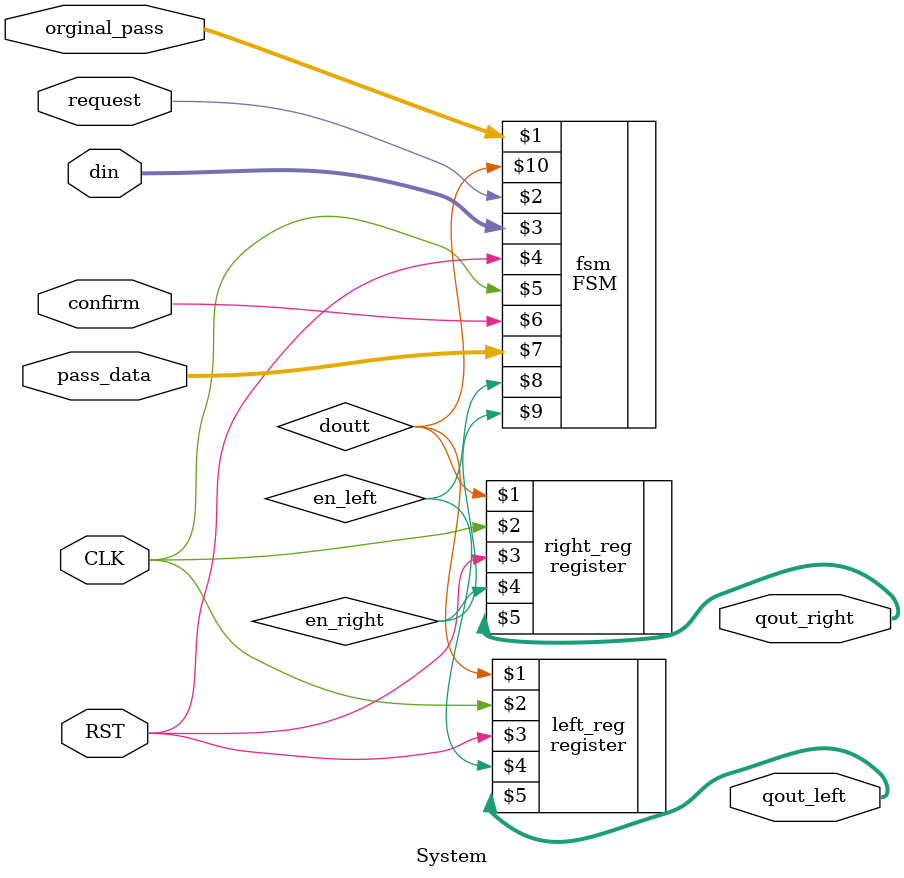
<source format=v>
`timescale 1ns / 1ps
module System(
   input [3:0]  orginal_pass,
   input        request,
	input  [3:0] din,
	input        RST ,
	input        CLK ,
	input        confirm ,
	input  [3:0] pass_data ,
	output   [3:0] qout_left,
	output   [3:0] qout_right

);
	wire en_left ;
	wire en_right ;
	wire doutt;
	FSM fsm(orginal_pass, request, din, RST , CLK , confirm , pass_data ,en_left , en_right , doutt);
	register left_reg(doutt, CLK, RST, en_left,  qout_left);
	register right_reg(doutt, CLK, RST, en_right,  qout_right);

	//register right_reg( RST ,en_right , CLK , doutt , qout_right);
	

endmodule

</source>
